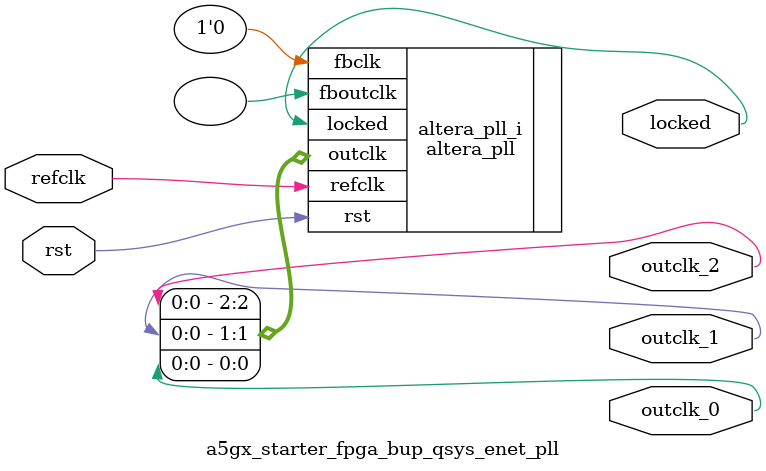
<source format=v>
`timescale 1ns/10ps
module  a5gx_starter_fpga_bup_qsys_enet_pll(

	// interface 'refclk'
	input wire refclk,

	// interface 'reset'
	input wire rst,

	// interface 'outclk0'
	output wire outclk_0,

	// interface 'outclk1'
	output wire outclk_1,

	// interface 'outclk2'
	output wire outclk_2,

	// interface 'locked'
	output wire locked
);

	altera_pll #(
		.fractional_vco_multiplier("false"),
		.reference_clock_frequency("50.0 MHz"),
		.operation_mode("normal"),
		.number_of_clocks(3),
		.output_clock_frequency0("125.000000 MHz"),
		.phase_shift0("0 ps"),
		.duty_cycle0(50),
		.output_clock_frequency1("25.000000 MHz"),
		.phase_shift1("0 ps"),
		.duty_cycle1(50),
		.output_clock_frequency2("2.500000 MHz"),
		.phase_shift2("0 ps"),
		.duty_cycle2(50),
		.output_clock_frequency3("0 MHz"),
		.phase_shift3("0 ps"),
		.duty_cycle3(50),
		.output_clock_frequency4("0 MHz"),
		.phase_shift4("0 ps"),
		.duty_cycle4(50),
		.output_clock_frequency5("0 MHz"),
		.phase_shift5("0 ps"),
		.duty_cycle5(50),
		.output_clock_frequency6("0 MHz"),
		.phase_shift6("0 ps"),
		.duty_cycle6(50),
		.output_clock_frequency7("0 MHz"),
		.phase_shift7("0 ps"),
		.duty_cycle7(50),
		.output_clock_frequency8("0 MHz"),
		.phase_shift8("0 ps"),
		.duty_cycle8(50),
		.output_clock_frequency9("0 MHz"),
		.phase_shift9("0 ps"),
		.duty_cycle9(50),
		.output_clock_frequency10("0 MHz"),
		.phase_shift10("0 ps"),
		.duty_cycle10(50),
		.output_clock_frequency11("0 MHz"),
		.phase_shift11("0 ps"),
		.duty_cycle11(50),
		.output_clock_frequency12("0 MHz"),
		.phase_shift12("0 ps"),
		.duty_cycle12(50),
		.output_clock_frequency13("0 MHz"),
		.phase_shift13("0 ps"),
		.duty_cycle13(50),
		.output_clock_frequency14("0 MHz"),
		.phase_shift14("0 ps"),
		.duty_cycle14(50),
		.output_clock_frequency15("0 MHz"),
		.phase_shift15("0 ps"),
		.duty_cycle15(50),
		.output_clock_frequency16("0 MHz"),
		.phase_shift16("0 ps"),
		.duty_cycle16(50),
		.output_clock_frequency17("0 MHz"),
		.phase_shift17("0 ps"),
		.duty_cycle17(50),
		.pll_type("General"),
		.pll_subtype("General")
	) altera_pll_i (
		.rst	(rst),
		.outclk	({outclk_2, outclk_1, outclk_0}),
		.locked	(locked),
		.fboutclk	( ),
		.fbclk	(1'b0),
		.refclk	(refclk)
	);
endmodule


</source>
